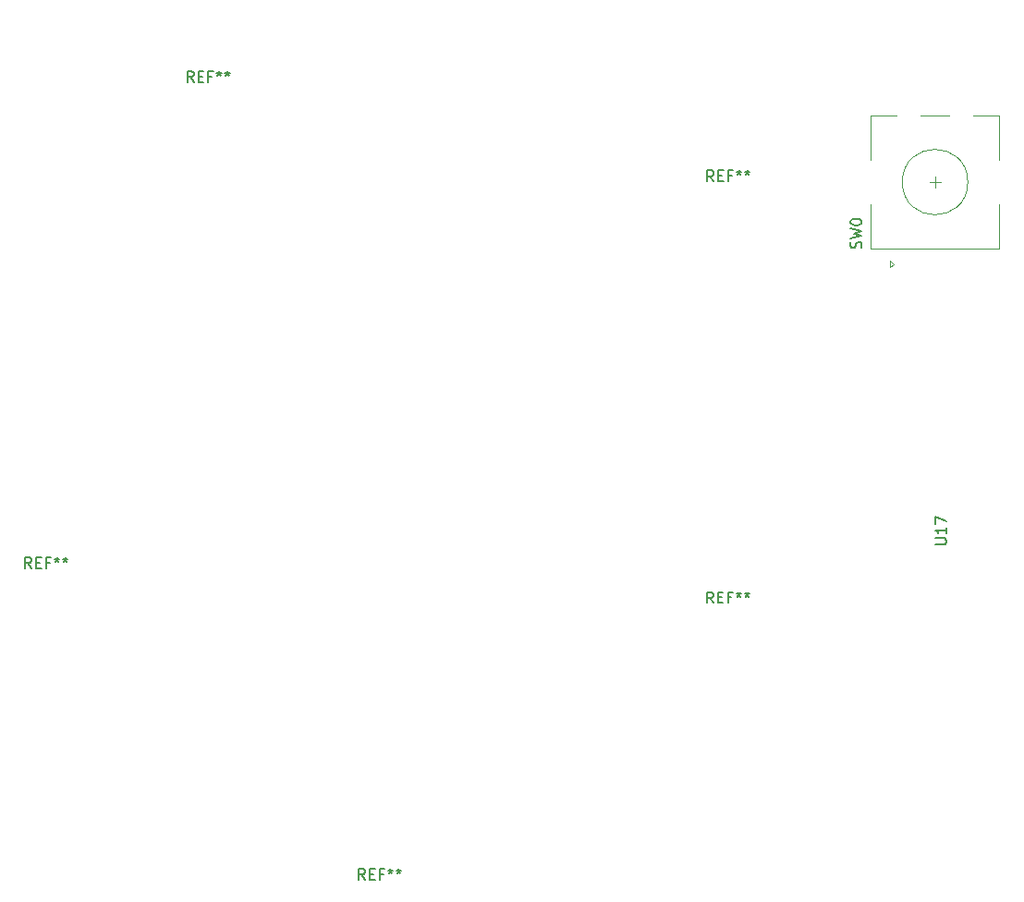
<source format=gto>
G04 #@! TF.GenerationSoftware,KiCad,Pcbnew,(5.1.10)-1*
G04 #@! TF.CreationDate,2022-11-02T19:01:58+01:00*
G04 #@! TF.ProjectId,keyboard,6b657962-6f61-4726-942e-6b696361645f,rev?*
G04 #@! TF.SameCoordinates,Original*
G04 #@! TF.FileFunction,Legend,Top*
G04 #@! TF.FilePolarity,Positive*
%FSLAX46Y46*%
G04 Gerber Fmt 4.6, Leading zero omitted, Abs format (unit mm)*
G04 Created by KiCad (PCBNEW (5.1.10)-1) date 2022-11-02 19:01:58*
%MOMM*%
%LPD*%
G01*
G04 APERTURE LIST*
%ADD10C,0.120000*%
%ADD11C,0.150000*%
%ADD12C,0.010000*%
%ADD13C,4.400000*%
%ADD14C,0.700000*%
%ADD15C,1.524000*%
%ADD16R,2.000000X2.000000*%
%ADD17C,2.000000*%
%ADD18R,2.000000X3.200000*%
%ADD19O,1.700000X1.700000*%
%ADD20R,1.700000X1.700000*%
%ADD21C,1.750000*%
%ADD22C,3.987800*%
%ADD23C,3.048000*%
G04 APERTURE END LIST*
D10*
X150734400Y-73314800D02*
X150734400Y-72314800D01*
X150234400Y-72814800D02*
X151234400Y-72814800D01*
X154234400Y-66714800D02*
X156634400Y-66714800D01*
X149434400Y-66714800D02*
X152034400Y-66714800D01*
X144834400Y-66714800D02*
X147234400Y-66714800D01*
X146634400Y-80014800D02*
X146934400Y-80314800D01*
X146634400Y-80614800D02*
X146634400Y-80014800D01*
X146934400Y-80314800D02*
X146634400Y-80614800D01*
X144834400Y-78914800D02*
X156634400Y-78914800D01*
X144834400Y-74814800D02*
X144834400Y-78914800D01*
X156634400Y-74814800D02*
X156634400Y-78914800D01*
X156634400Y-66714800D02*
X156634400Y-70814800D01*
X144834400Y-70814800D02*
X144834400Y-66714800D01*
X153734400Y-72814800D02*
G75*
G03*
X153734400Y-72814800I-3000000J0D01*
G01*
D11*
X67952666Y-108199580D02*
X67619333Y-107723390D01*
X67381238Y-108199580D02*
X67381238Y-107199580D01*
X67762190Y-107199580D01*
X67857428Y-107247200D01*
X67905047Y-107294819D01*
X67952666Y-107390057D01*
X67952666Y-107532914D01*
X67905047Y-107628152D01*
X67857428Y-107675771D01*
X67762190Y-107723390D01*
X67381238Y-107723390D01*
X68381238Y-107675771D02*
X68714571Y-107675771D01*
X68857428Y-108199580D02*
X68381238Y-108199580D01*
X68381238Y-107199580D01*
X68857428Y-107199580D01*
X69619333Y-107675771D02*
X69286000Y-107675771D01*
X69286000Y-108199580D02*
X69286000Y-107199580D01*
X69762190Y-107199580D01*
X70286000Y-107199580D02*
X70286000Y-107437676D01*
X70047904Y-107342438D02*
X70286000Y-107437676D01*
X70524095Y-107342438D01*
X70143142Y-107628152D02*
X70286000Y-107437676D01*
X70428857Y-107628152D01*
X71047904Y-107199580D02*
X71047904Y-107437676D01*
X70809809Y-107342438D02*
X71047904Y-107437676D01*
X71286000Y-107342438D01*
X70905047Y-107628152D02*
X71047904Y-107437676D01*
X71190761Y-107628152D01*
X82816866Y-63647980D02*
X82483533Y-63171790D01*
X82245438Y-63647980D02*
X82245438Y-62647980D01*
X82626390Y-62647980D01*
X82721628Y-62695600D01*
X82769247Y-62743219D01*
X82816866Y-62838457D01*
X82816866Y-62981314D01*
X82769247Y-63076552D01*
X82721628Y-63124171D01*
X82626390Y-63171790D01*
X82245438Y-63171790D01*
X83245438Y-63124171D02*
X83578771Y-63124171D01*
X83721628Y-63647980D02*
X83245438Y-63647980D01*
X83245438Y-62647980D01*
X83721628Y-62647980D01*
X84483533Y-63124171D02*
X84150200Y-63124171D01*
X84150200Y-63647980D02*
X84150200Y-62647980D01*
X84626390Y-62647980D01*
X85150200Y-62647980D02*
X85150200Y-62886076D01*
X84912104Y-62790838D02*
X85150200Y-62886076D01*
X85388295Y-62790838D01*
X85007342Y-63076552D02*
X85150200Y-62886076D01*
X85293057Y-63076552D01*
X85912104Y-62647980D02*
X85912104Y-62886076D01*
X85674009Y-62790838D02*
X85912104Y-62886076D01*
X86150200Y-62790838D01*
X85769247Y-63076552D02*
X85912104Y-62886076D01*
X86054961Y-63076552D01*
X98508866Y-136723780D02*
X98175533Y-136247590D01*
X97937438Y-136723780D02*
X97937438Y-135723780D01*
X98318390Y-135723780D01*
X98413628Y-135771400D01*
X98461247Y-135819019D01*
X98508866Y-135914257D01*
X98508866Y-136057114D01*
X98461247Y-136152352D01*
X98413628Y-136199971D01*
X98318390Y-136247590D01*
X97937438Y-136247590D01*
X98937438Y-136199971D02*
X99270771Y-136199971D01*
X99413628Y-136723780D02*
X98937438Y-136723780D01*
X98937438Y-135723780D01*
X99413628Y-135723780D01*
X100175533Y-136199971D02*
X99842200Y-136199971D01*
X99842200Y-136723780D02*
X99842200Y-135723780D01*
X100318390Y-135723780D01*
X100842200Y-135723780D02*
X100842200Y-135961876D01*
X100604104Y-135866638D02*
X100842200Y-135961876D01*
X101080295Y-135866638D01*
X100699342Y-136152352D02*
X100842200Y-135961876D01*
X100985057Y-136152352D01*
X101604104Y-135723780D02*
X101604104Y-135961876D01*
X101366009Y-135866638D02*
X101604104Y-135961876D01*
X101842200Y-135866638D01*
X101461247Y-136152352D02*
X101604104Y-135961876D01*
X101746961Y-136152352D01*
X130416466Y-111374580D02*
X130083133Y-110898390D01*
X129845038Y-111374580D02*
X129845038Y-110374580D01*
X130225990Y-110374580D01*
X130321228Y-110422200D01*
X130368847Y-110469819D01*
X130416466Y-110565057D01*
X130416466Y-110707914D01*
X130368847Y-110803152D01*
X130321228Y-110850771D01*
X130225990Y-110898390D01*
X129845038Y-110898390D01*
X130845038Y-110850771D02*
X131178371Y-110850771D01*
X131321228Y-111374580D02*
X130845038Y-111374580D01*
X130845038Y-110374580D01*
X131321228Y-110374580D01*
X132083133Y-110850771D02*
X131749800Y-110850771D01*
X131749800Y-111374580D02*
X131749800Y-110374580D01*
X132225990Y-110374580D01*
X132749800Y-110374580D02*
X132749800Y-110612676D01*
X132511704Y-110517438D02*
X132749800Y-110612676D01*
X132987895Y-110517438D01*
X132606942Y-110803152D02*
X132749800Y-110612676D01*
X132892657Y-110803152D01*
X133511704Y-110374580D02*
X133511704Y-110612676D01*
X133273609Y-110517438D02*
X133511704Y-110612676D01*
X133749800Y-110517438D01*
X133368847Y-110803152D02*
X133511704Y-110612676D01*
X133654561Y-110803152D01*
X130441866Y-72741180D02*
X130108533Y-72264990D01*
X129870438Y-72741180D02*
X129870438Y-71741180D01*
X130251390Y-71741180D01*
X130346628Y-71788800D01*
X130394247Y-71836419D01*
X130441866Y-71931657D01*
X130441866Y-72074514D01*
X130394247Y-72169752D01*
X130346628Y-72217371D01*
X130251390Y-72264990D01*
X129870438Y-72264990D01*
X130870438Y-72217371D02*
X131203771Y-72217371D01*
X131346628Y-72741180D02*
X130870438Y-72741180D01*
X130870438Y-71741180D01*
X131346628Y-71741180D01*
X132108533Y-72217371D02*
X131775200Y-72217371D01*
X131775200Y-72741180D02*
X131775200Y-71741180D01*
X132251390Y-71741180D01*
X132775200Y-71741180D02*
X132775200Y-71979276D01*
X132537104Y-71884038D02*
X132775200Y-71979276D01*
X133013295Y-71884038D01*
X132632342Y-72169752D02*
X132775200Y-71979276D01*
X132918057Y-72169752D01*
X133537104Y-71741180D02*
X133537104Y-71979276D01*
X133299009Y-71884038D02*
X133537104Y-71979276D01*
X133775200Y-71884038D01*
X133394247Y-72169752D02*
X133537104Y-71979276D01*
X133679961Y-72169752D01*
X150757380Y-106013095D02*
X151566904Y-106013095D01*
X151662142Y-105965476D01*
X151709761Y-105917857D01*
X151757380Y-105822619D01*
X151757380Y-105632142D01*
X151709761Y-105536904D01*
X151662142Y-105489285D01*
X151566904Y-105441666D01*
X150757380Y-105441666D01*
X151757380Y-104441666D02*
X151757380Y-105013095D01*
X151757380Y-104727380D02*
X150757380Y-104727380D01*
X150900238Y-104822619D01*
X150995476Y-104917857D01*
X151043095Y-105013095D01*
X150757380Y-104108333D02*
X150757380Y-103441666D01*
X151757380Y-103870238D01*
X143939161Y-78848133D02*
X143986780Y-78705276D01*
X143986780Y-78467180D01*
X143939161Y-78371942D01*
X143891542Y-78324323D01*
X143796304Y-78276704D01*
X143701066Y-78276704D01*
X143605828Y-78324323D01*
X143558209Y-78371942D01*
X143510590Y-78467180D01*
X143462971Y-78657657D01*
X143415352Y-78752895D01*
X143367733Y-78800514D01*
X143272495Y-78848133D01*
X143177257Y-78848133D01*
X143082019Y-78800514D01*
X143034400Y-78752895D01*
X142986780Y-78657657D01*
X142986780Y-78419561D01*
X143034400Y-78276704D01*
X142986780Y-77943371D02*
X143986780Y-77705276D01*
X143272495Y-77514800D01*
X143986780Y-77324323D01*
X142986780Y-77086228D01*
X142986780Y-76514800D02*
X142986780Y-76419561D01*
X143034400Y-76324323D01*
X143082019Y-76276704D01*
X143177257Y-76229085D01*
X143367733Y-76181466D01*
X143605828Y-76181466D01*
X143796304Y-76229085D01*
X143891542Y-76276704D01*
X143939161Y-76324323D01*
X143986780Y-76419561D01*
X143986780Y-76514800D01*
X143939161Y-76610038D01*
X143891542Y-76657657D01*
X143796304Y-76705276D01*
X143605828Y-76752895D01*
X143367733Y-76752895D01*
X143177257Y-76705276D01*
X143082019Y-76657657D01*
X143034400Y-76610038D01*
X142986780Y-76514800D01*
X126573803Y-92479925D02*
X127211224Y-92479925D01*
X127286215Y-92442430D01*
X127323710Y-92404934D01*
X127361205Y-92329944D01*
X127361205Y-92179962D01*
X127323710Y-92104972D01*
X127286215Y-92067476D01*
X127211224Y-92029981D01*
X126573803Y-92029981D01*
X126573803Y-91730018D02*
X126573803Y-91205084D01*
X127361205Y-91542542D01*
X93055074Y-77173803D02*
X93055074Y-77811224D01*
X93092570Y-77886215D01*
X93130065Y-77923710D01*
X93205056Y-77961205D01*
X93355037Y-77961205D01*
X93430028Y-77923710D01*
X93467523Y-77886215D01*
X93505018Y-77811224D01*
X93505018Y-77173803D01*
X94254925Y-77173803D02*
X93879972Y-77173803D01*
X93842476Y-77548757D01*
X93879972Y-77511261D01*
X93954962Y-77473766D01*
X94142439Y-77473766D01*
X94217430Y-77511261D01*
X94254925Y-77548757D01*
X94292420Y-77623747D01*
X94292420Y-77811224D01*
X94254925Y-77886215D01*
X94217430Y-77923710D01*
X94142439Y-77961205D01*
X93954962Y-77961205D01*
X93879972Y-77923710D01*
X93842476Y-77886215D01*
X93055074Y-96223803D02*
X93055074Y-96861224D01*
X93092570Y-96936215D01*
X93130065Y-96973710D01*
X93205056Y-97011205D01*
X93355037Y-97011205D01*
X93430028Y-96973710D01*
X93467523Y-96936215D01*
X93505018Y-96861224D01*
X93505018Y-96223803D01*
X93917467Y-97011205D02*
X94067448Y-97011205D01*
X94142439Y-96973710D01*
X94179934Y-96936215D01*
X94254925Y-96823729D01*
X94292420Y-96673747D01*
X94292420Y-96373785D01*
X94254925Y-96298794D01*
X94217430Y-96261299D01*
X94142439Y-96223803D01*
X93992458Y-96223803D01*
X93917467Y-96261299D01*
X93879972Y-96298794D01*
X93842476Y-96373785D01*
X93842476Y-96561261D01*
X93879972Y-96636252D01*
X93917467Y-96673747D01*
X93992458Y-96711243D01*
X94142439Y-96711243D01*
X94217430Y-96673747D01*
X94254925Y-96636252D01*
X94292420Y-96561261D01*
X126573803Y-130954878D02*
X127211224Y-130954878D01*
X127286215Y-130917383D01*
X127323710Y-130879888D01*
X127361205Y-130804897D01*
X127361205Y-130654916D01*
X127323710Y-130579925D01*
X127286215Y-130542430D01*
X127211224Y-130504934D01*
X126573803Y-130504934D01*
X127361205Y-129717532D02*
X127361205Y-130167476D01*
X127361205Y-129942504D02*
X126573803Y-129942504D01*
X126686289Y-130017495D01*
X126761280Y-130092486D01*
X126798775Y-130167476D01*
X126836271Y-129042616D02*
X127361205Y-129042616D01*
X126536308Y-129230093D02*
X127098738Y-129417570D01*
X127098738Y-128930130D01*
X111730121Y-134323803D02*
X111730121Y-134961224D01*
X111767616Y-135036215D01*
X111805112Y-135073710D01*
X111880102Y-135111205D01*
X112030084Y-135111205D01*
X112105074Y-135073710D01*
X112142570Y-135036215D01*
X112180065Y-134961224D01*
X112180065Y-134323803D01*
X112967467Y-135111205D02*
X112517523Y-135111205D01*
X112742495Y-135111205D02*
X112742495Y-134323803D01*
X112667504Y-134436289D01*
X112592514Y-134511280D01*
X112517523Y-134548775D01*
X113642383Y-134323803D02*
X113492402Y-134323803D01*
X113417411Y-134361299D01*
X113379916Y-134398794D01*
X113304925Y-134511280D01*
X113267430Y-134661261D01*
X113267430Y-134961224D01*
X113304925Y-135036215D01*
X113342420Y-135073710D01*
X113417411Y-135111205D01*
X113567392Y-135111205D01*
X113642383Y-135073710D01*
X113679878Y-135036215D01*
X113717374Y-134961224D01*
X113717374Y-134773747D01*
X113679878Y-134698757D01*
X113642383Y-134661261D01*
X113567392Y-134623766D01*
X113417411Y-134623766D01*
X113342420Y-134661261D01*
X113304925Y-134698757D01*
X113267430Y-134773747D01*
X83155121Y-134323803D02*
X83155121Y-134961224D01*
X83192616Y-135036215D01*
X83230112Y-135073710D01*
X83305102Y-135111205D01*
X83455084Y-135111205D01*
X83530074Y-135073710D01*
X83567570Y-135036215D01*
X83605065Y-134961224D01*
X83605065Y-134323803D01*
X84392467Y-135111205D02*
X83942523Y-135111205D01*
X84167495Y-135111205D02*
X84167495Y-134323803D01*
X84092504Y-134436289D01*
X84017514Y-134511280D01*
X83942523Y-134548775D01*
X85104878Y-134323803D02*
X84729925Y-134323803D01*
X84692430Y-134698757D01*
X84729925Y-134661261D01*
X84804916Y-134623766D01*
X84992392Y-134623766D01*
X85067383Y-134661261D01*
X85104878Y-134698757D01*
X85142374Y-134773747D01*
X85142374Y-134961224D01*
X85104878Y-135036215D01*
X85067383Y-135073710D01*
X84992392Y-135111205D01*
X84804916Y-135111205D01*
X84729925Y-135073710D01*
X84692430Y-135036215D01*
X111730121Y-115273803D02*
X111730121Y-115911224D01*
X111767616Y-115986215D01*
X111805112Y-116023710D01*
X111880102Y-116061205D01*
X112030084Y-116061205D01*
X112105074Y-116023710D01*
X112142570Y-115986215D01*
X112180065Y-115911224D01*
X112180065Y-115273803D01*
X112967467Y-116061205D02*
X112517523Y-116061205D01*
X112742495Y-116061205D02*
X112742495Y-115273803D01*
X112667504Y-115386289D01*
X112592514Y-115461280D01*
X112517523Y-115498775D01*
X113229934Y-115273803D02*
X113717374Y-115273803D01*
X113454906Y-115573766D01*
X113567392Y-115573766D01*
X113642383Y-115611261D01*
X113679878Y-115648757D01*
X113717374Y-115723747D01*
X113717374Y-115911224D01*
X113679878Y-115986215D01*
X113642383Y-116023710D01*
X113567392Y-116061205D01*
X113342420Y-116061205D01*
X113267430Y-116023710D01*
X113229934Y-115986215D01*
X92680121Y-115273803D02*
X92680121Y-115911224D01*
X92717616Y-115986215D01*
X92755112Y-116023710D01*
X92830102Y-116061205D01*
X92980084Y-116061205D01*
X93055074Y-116023710D01*
X93092570Y-115986215D01*
X93130065Y-115911224D01*
X93130065Y-115273803D01*
X93917467Y-116061205D02*
X93467523Y-116061205D01*
X93692495Y-116061205D02*
X93692495Y-115273803D01*
X93617504Y-115386289D01*
X93542514Y-115461280D01*
X93467523Y-115498775D01*
X94217430Y-115348794D02*
X94254925Y-115311299D01*
X94329916Y-115273803D01*
X94517392Y-115273803D01*
X94592383Y-115311299D01*
X94629878Y-115348794D01*
X94667374Y-115423785D01*
X94667374Y-115498775D01*
X94629878Y-115611261D01*
X94179934Y-116061205D01*
X94667374Y-116061205D01*
X73630121Y-115273803D02*
X73630121Y-115911224D01*
X73667616Y-115986215D01*
X73705112Y-116023710D01*
X73780102Y-116061205D01*
X73930084Y-116061205D01*
X74005074Y-116023710D01*
X74042570Y-115986215D01*
X74080065Y-115911224D01*
X74080065Y-115273803D01*
X74867467Y-116061205D02*
X74417523Y-116061205D01*
X74642495Y-116061205D02*
X74642495Y-115273803D01*
X74567504Y-115386289D01*
X74492514Y-115461280D01*
X74417523Y-115498775D01*
X75617374Y-116061205D02*
X75167430Y-116061205D01*
X75392402Y-116061205D02*
X75392402Y-115273803D01*
X75317411Y-115386289D01*
X75242420Y-115461280D01*
X75167430Y-115498775D01*
X111730121Y-96223803D02*
X111730121Y-96861224D01*
X111767616Y-96936215D01*
X111805112Y-96973710D01*
X111880102Y-97011205D01*
X112030084Y-97011205D01*
X112105074Y-96973710D01*
X112142570Y-96936215D01*
X112180065Y-96861224D01*
X112180065Y-96223803D01*
X112967467Y-97011205D02*
X112517523Y-97011205D01*
X112742495Y-97011205D02*
X112742495Y-96223803D01*
X112667504Y-96336289D01*
X112592514Y-96411280D01*
X112517523Y-96448775D01*
X113454906Y-96223803D02*
X113529897Y-96223803D01*
X113604888Y-96261299D01*
X113642383Y-96298794D01*
X113679878Y-96373785D01*
X113717374Y-96523766D01*
X113717374Y-96711243D01*
X113679878Y-96861224D01*
X113642383Y-96936215D01*
X113604888Y-96973710D01*
X113529897Y-97011205D01*
X113454906Y-97011205D01*
X113379916Y-96973710D01*
X113342420Y-96936215D01*
X113304925Y-96861224D01*
X113267430Y-96711243D01*
X113267430Y-96523766D01*
X113304925Y-96373785D01*
X113342420Y-96298794D01*
X113379916Y-96261299D01*
X113454906Y-96223803D01*
X74005074Y-96223803D02*
X74005074Y-96861224D01*
X74042570Y-96936215D01*
X74080065Y-96973710D01*
X74155056Y-97011205D01*
X74305037Y-97011205D01*
X74380028Y-96973710D01*
X74417523Y-96936215D01*
X74455018Y-96861224D01*
X74455018Y-96223803D01*
X74942458Y-96561261D02*
X74867467Y-96523766D01*
X74829972Y-96486271D01*
X74792476Y-96411280D01*
X74792476Y-96373785D01*
X74829972Y-96298794D01*
X74867467Y-96261299D01*
X74942458Y-96223803D01*
X75092439Y-96223803D01*
X75167430Y-96261299D01*
X75204925Y-96298794D01*
X75242420Y-96373785D01*
X75242420Y-96411280D01*
X75204925Y-96486271D01*
X75167430Y-96523766D01*
X75092439Y-96561261D01*
X74942458Y-96561261D01*
X74867467Y-96598757D01*
X74829972Y-96636252D01*
X74792476Y-96711243D01*
X74792476Y-96861224D01*
X74829972Y-96936215D01*
X74867467Y-96973710D01*
X74942458Y-97011205D01*
X75092439Y-97011205D01*
X75167430Y-96973710D01*
X75204925Y-96936215D01*
X75242420Y-96861224D01*
X75242420Y-96711243D01*
X75204925Y-96636252D01*
X75167430Y-96598757D01*
X75092439Y-96561261D01*
X112105074Y-77173803D02*
X112105074Y-77811224D01*
X112142570Y-77886215D01*
X112180065Y-77923710D01*
X112255056Y-77961205D01*
X112405037Y-77961205D01*
X112480028Y-77923710D01*
X112517523Y-77886215D01*
X112555018Y-77811224D01*
X112555018Y-77173803D01*
X113267430Y-77173803D02*
X113117448Y-77173803D01*
X113042458Y-77211299D01*
X113004962Y-77248794D01*
X112929972Y-77361280D01*
X112892476Y-77511261D01*
X112892476Y-77811224D01*
X112929972Y-77886215D01*
X112967467Y-77923710D01*
X113042458Y-77961205D01*
X113192439Y-77961205D01*
X113267430Y-77923710D01*
X113304925Y-77886215D01*
X113342420Y-77811224D01*
X113342420Y-77623747D01*
X113304925Y-77548757D01*
X113267430Y-77511261D01*
X113192439Y-77473766D01*
X113042458Y-77473766D01*
X112967467Y-77511261D01*
X112929972Y-77548757D01*
X112892476Y-77623747D01*
X74005074Y-77173803D02*
X74005074Y-77811224D01*
X74042570Y-77886215D01*
X74080065Y-77923710D01*
X74155056Y-77961205D01*
X74305037Y-77961205D01*
X74380028Y-77923710D01*
X74417523Y-77886215D01*
X74455018Y-77811224D01*
X74455018Y-77173803D01*
X75167430Y-77436271D02*
X75167430Y-77961205D01*
X74979953Y-77136308D02*
X74792476Y-77698738D01*
X75279916Y-77698738D01*
X112105074Y-58123803D02*
X112105074Y-58761224D01*
X112142570Y-58836215D01*
X112180065Y-58873710D01*
X112255056Y-58911205D01*
X112405037Y-58911205D01*
X112480028Y-58873710D01*
X112517523Y-58836215D01*
X112555018Y-58761224D01*
X112555018Y-58123803D01*
X112892476Y-58198794D02*
X112929972Y-58161299D01*
X113004962Y-58123803D01*
X113192439Y-58123803D01*
X113267430Y-58161299D01*
X113304925Y-58198794D01*
X113342420Y-58273785D01*
X113342420Y-58348775D01*
X113304925Y-58461261D01*
X112854981Y-58911205D01*
X113342420Y-58911205D01*
X93055074Y-58123803D02*
X93055074Y-58761224D01*
X93092570Y-58836215D01*
X93130065Y-58873710D01*
X93205056Y-58911205D01*
X93355037Y-58911205D01*
X93430028Y-58873710D01*
X93467523Y-58836215D01*
X93505018Y-58761224D01*
X93505018Y-58123803D01*
X94292420Y-58911205D02*
X93842476Y-58911205D01*
X94067448Y-58911205D02*
X94067448Y-58123803D01*
X93992458Y-58236289D01*
X93917467Y-58311280D01*
X93842476Y-58348775D01*
X74005074Y-58123803D02*
X74005074Y-58761224D01*
X74042570Y-58836215D01*
X74080065Y-58873710D01*
X74155056Y-58911205D01*
X74305037Y-58911205D01*
X74380028Y-58873710D01*
X74417523Y-58836215D01*
X74455018Y-58761224D01*
X74455018Y-58123803D01*
X74979953Y-58123803D02*
X75054944Y-58123803D01*
X75129934Y-58161299D01*
X75167430Y-58198794D01*
X75204925Y-58273785D01*
X75242420Y-58423766D01*
X75242420Y-58611243D01*
X75204925Y-58761224D01*
X75167430Y-58836215D01*
X75129934Y-58873710D01*
X75054944Y-58911205D01*
X74979953Y-58911205D01*
X74904962Y-58873710D01*
X74867467Y-58836215D01*
X74829972Y-58761224D01*
X74792476Y-58611243D01*
X74792476Y-58423766D01*
X74829972Y-58273785D01*
X74867467Y-58198794D01*
X74904962Y-58161299D01*
X74979953Y-58123803D01*
X131155074Y-58123803D02*
X131155074Y-58761224D01*
X131192570Y-58836215D01*
X131230065Y-58873710D01*
X131305056Y-58911205D01*
X131455037Y-58911205D01*
X131530028Y-58873710D01*
X131567523Y-58836215D01*
X131605018Y-58761224D01*
X131605018Y-58123803D01*
X131904981Y-58123803D02*
X132392420Y-58123803D01*
X132129953Y-58423766D01*
X132242439Y-58423766D01*
X132317430Y-58461261D01*
X132354925Y-58498757D01*
X132392420Y-58573747D01*
X132392420Y-58761224D01*
X132354925Y-58836215D01*
X132317430Y-58873710D01*
X132242439Y-58911205D01*
X132017467Y-58911205D01*
X131942476Y-58873710D01*
X131904981Y-58836215D01*
%LPC*%
D12*
G36*
X125455000Y-93630000D02*
G01*
X125455000Y-90130000D01*
X128555000Y-90130000D01*
X128555000Y-93630000D01*
X125455000Y-93630000D01*
G37*
X125455000Y-93630000D02*
X125455000Y-90130000D01*
X128555000Y-90130000D01*
X128555000Y-93630000D01*
X125455000Y-93630000D01*
G36*
X91905000Y-76055000D02*
G01*
X95405000Y-76055000D01*
X95405000Y-79155000D01*
X91905000Y-79155000D01*
X91905000Y-76055000D01*
G37*
X91905000Y-76055000D02*
X95405000Y-76055000D01*
X95405000Y-79155000D01*
X91905000Y-79155000D01*
X91905000Y-76055000D01*
G36*
X91905000Y-95105000D02*
G01*
X95405000Y-95105000D01*
X95405000Y-98205000D01*
X91905000Y-98205000D01*
X91905000Y-95105000D01*
G37*
X91905000Y-95105000D02*
X95405000Y-95105000D01*
X95405000Y-98205000D01*
X91905000Y-98205000D01*
X91905000Y-95105000D01*
G36*
X125455000Y-131730000D02*
G01*
X125455000Y-128230000D01*
X128555000Y-128230000D01*
X128555000Y-131730000D01*
X125455000Y-131730000D01*
G37*
X125455000Y-131730000D02*
X125455000Y-128230000D01*
X128555000Y-128230000D01*
X128555000Y-131730000D01*
X125455000Y-131730000D01*
G36*
X110955000Y-133205000D02*
G01*
X114455000Y-133205000D01*
X114455000Y-136305000D01*
X110955000Y-136305000D01*
X110955000Y-133205000D01*
G37*
X110955000Y-133205000D02*
X114455000Y-133205000D01*
X114455000Y-136305000D01*
X110955000Y-136305000D01*
X110955000Y-133205000D01*
G36*
X82380000Y-133205000D02*
G01*
X85880000Y-133205000D01*
X85880000Y-136305000D01*
X82380000Y-136305000D01*
X82380000Y-133205000D01*
G37*
X82380000Y-133205000D02*
X85880000Y-133205000D01*
X85880000Y-136305000D01*
X82380000Y-136305000D01*
X82380000Y-133205000D01*
G36*
X110955000Y-114155000D02*
G01*
X114455000Y-114155000D01*
X114455000Y-117255000D01*
X110955000Y-117255000D01*
X110955000Y-114155000D01*
G37*
X110955000Y-114155000D02*
X114455000Y-114155000D01*
X114455000Y-117255000D01*
X110955000Y-117255000D01*
X110955000Y-114155000D01*
G36*
X91905000Y-114155000D02*
G01*
X95405000Y-114155000D01*
X95405000Y-117255000D01*
X91905000Y-117255000D01*
X91905000Y-114155000D01*
G37*
X91905000Y-114155000D02*
X95405000Y-114155000D01*
X95405000Y-117255000D01*
X91905000Y-117255000D01*
X91905000Y-114155000D01*
G36*
X72855000Y-114155000D02*
G01*
X76355000Y-114155000D01*
X76355000Y-117255000D01*
X72855000Y-117255000D01*
X72855000Y-114155000D01*
G37*
X72855000Y-114155000D02*
X76355000Y-114155000D01*
X76355000Y-117255000D01*
X72855000Y-117255000D01*
X72855000Y-114155000D01*
G36*
X110955000Y-95105000D02*
G01*
X114455000Y-95105000D01*
X114455000Y-98205000D01*
X110955000Y-98205000D01*
X110955000Y-95105000D01*
G37*
X110955000Y-95105000D02*
X114455000Y-95105000D01*
X114455000Y-98205000D01*
X110955000Y-98205000D01*
X110955000Y-95105000D01*
G36*
X72855000Y-95105000D02*
G01*
X76355000Y-95105000D01*
X76355000Y-98205000D01*
X72855000Y-98205000D01*
X72855000Y-95105000D01*
G37*
X72855000Y-95105000D02*
X76355000Y-95105000D01*
X76355000Y-98205000D01*
X72855000Y-98205000D01*
X72855000Y-95105000D01*
G36*
X110955000Y-76055000D02*
G01*
X114455000Y-76055000D01*
X114455000Y-79155000D01*
X110955000Y-79155000D01*
X110955000Y-76055000D01*
G37*
X110955000Y-76055000D02*
X114455000Y-76055000D01*
X114455000Y-79155000D01*
X110955000Y-79155000D01*
X110955000Y-76055000D01*
G36*
X72855000Y-76055000D02*
G01*
X76355000Y-76055000D01*
X76355000Y-79155000D01*
X72855000Y-79155000D01*
X72855000Y-76055000D01*
G37*
X72855000Y-76055000D02*
X76355000Y-76055000D01*
X76355000Y-79155000D01*
X72855000Y-79155000D01*
X72855000Y-76055000D01*
G36*
X110955000Y-57005000D02*
G01*
X114455000Y-57005000D01*
X114455000Y-60105000D01*
X110955000Y-60105000D01*
X110955000Y-57005000D01*
G37*
X110955000Y-57005000D02*
X114455000Y-57005000D01*
X114455000Y-60105000D01*
X110955000Y-60105000D01*
X110955000Y-57005000D01*
G36*
X91905000Y-57005000D02*
G01*
X95405000Y-57005000D01*
X95405000Y-60105000D01*
X91905000Y-60105000D01*
X91905000Y-57005000D01*
G37*
X91905000Y-57005000D02*
X95405000Y-57005000D01*
X95405000Y-60105000D01*
X91905000Y-60105000D01*
X91905000Y-57005000D01*
G36*
X72855000Y-57005000D02*
G01*
X76355000Y-57005000D01*
X76355000Y-60105000D01*
X72855000Y-60105000D01*
X72855000Y-57005000D01*
G37*
X72855000Y-57005000D02*
X76355000Y-57005000D01*
X76355000Y-60105000D01*
X72855000Y-60105000D01*
X72855000Y-57005000D01*
G36*
X130005000Y-57005000D02*
G01*
X133505000Y-57005000D01*
X133505000Y-60105000D01*
X130005000Y-60105000D01*
X130005000Y-57005000D01*
G37*
X130005000Y-57005000D02*
X133505000Y-57005000D01*
X133505000Y-60105000D01*
X130005000Y-60105000D01*
X130005000Y-57005000D01*
D13*
X69291200Y-110930000D03*
D14*
X70936000Y-110947200D03*
X70452726Y-112113926D03*
X69286000Y-112597200D03*
X68119274Y-112113926D03*
X67636000Y-110947200D03*
X68119274Y-109780474D03*
X69286000Y-109297200D03*
X70452726Y-109780474D03*
X85316926Y-65228874D03*
X84150200Y-64745600D03*
X82983474Y-65228874D03*
X82500200Y-66395600D03*
X82983474Y-67562326D03*
X84150200Y-68045600D03*
X85316926Y-67562326D03*
X85800200Y-66395600D03*
D13*
X84130000Y-66395600D03*
D14*
X101008926Y-138304674D03*
X99842200Y-137821400D03*
X98675474Y-138304674D03*
X98192200Y-139471400D03*
X98675474Y-140638126D03*
X99842200Y-141121400D03*
X101008926Y-140638126D03*
X101492200Y-139471400D03*
D13*
X99847400Y-139505000D03*
X131755000Y-114122200D03*
D14*
X133399800Y-114122200D03*
X132916526Y-115288926D03*
X131749800Y-115772200D03*
X130583074Y-115288926D03*
X130099800Y-114122200D03*
X130583074Y-112955474D03*
X131749800Y-112472200D03*
X132916526Y-112955474D03*
X132941926Y-74322074D03*
X131775200Y-73838800D03*
X130608474Y-74322074D03*
X130125200Y-75488800D03*
X130608474Y-76655526D03*
X131775200Y-77138800D03*
X132941926Y-76655526D03*
X133425200Y-75488800D03*
D13*
X131755000Y-75488800D03*
D15*
X146995000Y-122275000D03*
X149535000Y-122275000D03*
X152075000Y-122275000D03*
X154615000Y-122275000D03*
D16*
X148234400Y-80314800D03*
D17*
X150734400Y-80314800D03*
X153234400Y-80314800D03*
D18*
X145134400Y-72814800D03*
X156334400Y-72814800D03*
D17*
X148234400Y-65814800D03*
X153234400Y-65814800D03*
D19*
X68125000Y-74075000D03*
X101145000Y-74075000D03*
X96065000Y-91855000D03*
X116385000Y-74075000D03*
X78285000Y-91855000D03*
X78285000Y-74075000D03*
X90985000Y-91855000D03*
X90985000Y-74075000D03*
X93525000Y-74075000D03*
X113845000Y-74075000D03*
D20*
X98605000Y-74075000D03*
X73205000Y-91855000D03*
D19*
X103685000Y-74075000D03*
D20*
X73205000Y-74075000D03*
D19*
X80825000Y-91855000D03*
X88445000Y-91855000D03*
D20*
X98605000Y-91855000D03*
D19*
X101145000Y-91855000D03*
X106225000Y-74075000D03*
X80825000Y-74075000D03*
D20*
X111305000Y-74075000D03*
D19*
X108765000Y-74075000D03*
X88445000Y-74075000D03*
D20*
X85905000Y-74075000D03*
D19*
X75745000Y-74075000D03*
X70665000Y-91855000D03*
X75745000Y-91855000D03*
X96065000Y-74075000D03*
X83365000Y-91855000D03*
X93525000Y-91855000D03*
X83365000Y-74075000D03*
X68125000Y-91855000D03*
D20*
X85905000Y-91855000D03*
D19*
X70665000Y-74075000D03*
X113845000Y-91855000D03*
D20*
X111305000Y-91855000D03*
D19*
X108765000Y-91855000D03*
X103685000Y-91855000D03*
X106225000Y-91855000D03*
X116385000Y-91855000D03*
D21*
X69525000Y-63305000D03*
X79685000Y-63305000D03*
D22*
X74605000Y-63305000D03*
D21*
X88575000Y-63305000D03*
X98735000Y-63305000D03*
D22*
X93655000Y-63305000D03*
D21*
X107625000Y-63305000D03*
X117785000Y-63305000D03*
D22*
X112705000Y-63305000D03*
D21*
X126675000Y-63305000D03*
X136835000Y-63305000D03*
D22*
X131755000Y-63305000D03*
D21*
X69525000Y-82355000D03*
X79685000Y-82355000D03*
D22*
X74605000Y-82355000D03*
D21*
X88575000Y-82355000D03*
X98735000Y-82355000D03*
D22*
X93655000Y-82355000D03*
D21*
X107625000Y-82355000D03*
X117785000Y-82355000D03*
D22*
X112705000Y-82355000D03*
D21*
X69525000Y-101405000D03*
X79685000Y-101405000D03*
D22*
X74605000Y-101405000D03*
D21*
X88575000Y-101405000D03*
X98735000Y-101405000D03*
D22*
X93655000Y-101405000D03*
D21*
X107625000Y-101405000D03*
X117785000Y-101405000D03*
D22*
X112705000Y-101405000D03*
D21*
X69525000Y-120455000D03*
X79685000Y-120455000D03*
D22*
X74605000Y-120455000D03*
D21*
X88575000Y-120455000D03*
X98735000Y-120455000D03*
D22*
X93655000Y-120455000D03*
D21*
X107625000Y-120455000D03*
X117785000Y-120455000D03*
D22*
X112705000Y-120455000D03*
X72223750Y-131250000D03*
X96036250Y-131250000D03*
D23*
X72223750Y-146490000D03*
X96036250Y-146490000D03*
D21*
X79050000Y-139505000D03*
X89210000Y-139505000D03*
D22*
X84130000Y-139505000D03*
D21*
X107625000Y-139505000D03*
X117785000Y-139505000D03*
D22*
X112705000Y-139505000D03*
X123500000Y-103786250D03*
X123500000Y-79973750D03*
D23*
X138740000Y-103786250D03*
X138740000Y-79973750D03*
D21*
X131755000Y-96960000D03*
X131755000Y-86800000D03*
D22*
X131755000Y-91880000D03*
X123500000Y-141886250D03*
X123500000Y-118073750D03*
D23*
X138740000Y-141886250D03*
X138740000Y-118073750D03*
D21*
X131755000Y-135060000D03*
X131755000Y-124900000D03*
D22*
X131755000Y-129980000D03*
M02*

</source>
